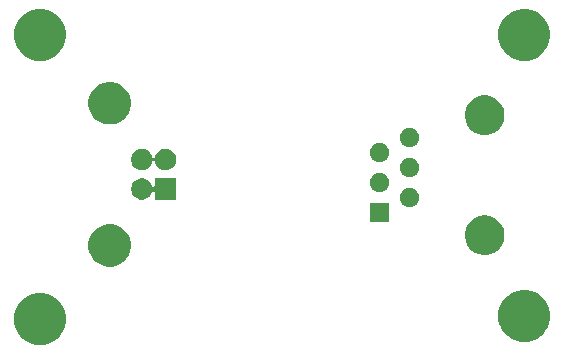
<source format=gbr>
G04 #@! TF.GenerationSoftware,KiCad,Pcbnew,(5.1.2)-2*
G04 #@! TF.CreationDate,2020-04-12T20:05:54-04:00*
G04 #@! TF.ProjectId,usb-serial-interface,7573622d-7365-4726-9961-6c2d696e7465,rev?*
G04 #@! TF.SameCoordinates,Original*
G04 #@! TF.FileFunction,Soldermask,Bot*
G04 #@! TF.FilePolarity,Negative*
%FSLAX46Y46*%
G04 Gerber Fmt 4.6, Leading zero omitted, Abs format (unit mm)*
G04 Created by KiCad (PCBNEW (5.1.2)-2) date 2020-04-12 20:05:54*
%MOMM*%
%LPD*%
G04 APERTURE LIST*
%ADD10C,0.100000*%
G04 APERTURE END LIST*
D10*
G36*
X84517007Y-90518582D02*
G01*
X84917563Y-90684498D01*
X84917565Y-90684499D01*
X85278056Y-90925371D01*
X85584629Y-91231944D01*
X85825501Y-91592435D01*
X85825502Y-91592437D01*
X85991418Y-91992993D01*
X86076000Y-92418219D01*
X86076000Y-92851781D01*
X85991418Y-93277007D01*
X85825502Y-93677563D01*
X85825501Y-93677565D01*
X85584629Y-94038056D01*
X85278056Y-94344629D01*
X84917565Y-94585501D01*
X84917564Y-94585502D01*
X84917563Y-94585502D01*
X84517007Y-94751418D01*
X84091781Y-94836000D01*
X83658219Y-94836000D01*
X83232993Y-94751418D01*
X82832437Y-94585502D01*
X82832436Y-94585502D01*
X82832435Y-94585501D01*
X82471944Y-94344629D01*
X82165371Y-94038056D01*
X81924499Y-93677565D01*
X81924498Y-93677563D01*
X81758582Y-93277007D01*
X81674000Y-92851781D01*
X81674000Y-92418219D01*
X81758582Y-91992993D01*
X81924498Y-91592437D01*
X81924499Y-91592435D01*
X82165371Y-91231944D01*
X82471944Y-90925371D01*
X82832435Y-90684499D01*
X82832437Y-90684498D01*
X83232993Y-90518582D01*
X83658219Y-90434000D01*
X84091781Y-90434000D01*
X84517007Y-90518582D01*
X84517007Y-90518582D01*
G37*
G36*
X125517007Y-90268582D02*
G01*
X125917563Y-90434498D01*
X125917565Y-90434499D01*
X126278056Y-90675371D01*
X126584629Y-90981944D01*
X126751673Y-91231944D01*
X126825502Y-91342437D01*
X126991418Y-91742993D01*
X127076000Y-92168219D01*
X127076000Y-92601781D01*
X126991418Y-93027007D01*
X126887864Y-93277007D01*
X126825501Y-93427565D01*
X126584629Y-93788056D01*
X126278056Y-94094629D01*
X125917565Y-94335501D01*
X125917564Y-94335502D01*
X125917563Y-94335502D01*
X125517007Y-94501418D01*
X125091781Y-94586000D01*
X124658219Y-94586000D01*
X124232993Y-94501418D01*
X123832437Y-94335502D01*
X123832436Y-94335502D01*
X123832435Y-94335501D01*
X123471944Y-94094629D01*
X123165371Y-93788056D01*
X122924499Y-93427565D01*
X122862136Y-93277007D01*
X122758582Y-93027007D01*
X122674000Y-92601781D01*
X122674000Y-92168219D01*
X122758582Y-91742993D01*
X122924498Y-91342437D01*
X122998327Y-91231944D01*
X123165371Y-90981944D01*
X123471944Y-90675371D01*
X123832435Y-90434499D01*
X123832437Y-90434498D01*
X124232993Y-90268582D01*
X124658219Y-90184000D01*
X125091781Y-90184000D01*
X125517007Y-90268582D01*
X125517007Y-90268582D01*
G37*
G36*
X90303331Y-84673211D02*
G01*
X90631092Y-84808974D01*
X90926070Y-85006072D01*
X91176928Y-85256930D01*
X91374026Y-85551908D01*
X91509789Y-85879669D01*
X91579000Y-86227616D01*
X91579000Y-86582384D01*
X91509789Y-86930331D01*
X91374026Y-87258092D01*
X91176928Y-87553070D01*
X90926070Y-87803928D01*
X90631092Y-88001026D01*
X90303331Y-88136789D01*
X89955384Y-88206000D01*
X89600616Y-88206000D01*
X89252669Y-88136789D01*
X88924908Y-88001026D01*
X88629930Y-87803928D01*
X88379072Y-87553070D01*
X88181974Y-87258092D01*
X88046211Y-86930331D01*
X87977000Y-86582384D01*
X87977000Y-86227616D01*
X88046211Y-85879669D01*
X88181974Y-85551908D01*
X88379072Y-85256930D01*
X88629930Y-85006072D01*
X88924908Y-84808974D01*
X89252669Y-84673211D01*
X89600616Y-84604000D01*
X89955384Y-84604000D01*
X90303331Y-84673211D01*
X90303331Y-84673211D01*
G37*
G36*
X121841971Y-83901204D02*
G01*
X122003871Y-83933408D01*
X122308883Y-84059748D01*
X122583387Y-84243166D01*
X122816834Y-84476613D01*
X123000252Y-84751117D01*
X123126592Y-85056129D01*
X123191000Y-85379928D01*
X123191000Y-85710072D01*
X123126592Y-86033871D01*
X123000252Y-86338883D01*
X122816834Y-86613387D01*
X122583387Y-86846834D01*
X122308883Y-87030252D01*
X122003871Y-87156592D01*
X121841971Y-87188796D01*
X121680073Y-87221000D01*
X121349927Y-87221000D01*
X121026129Y-87156592D01*
X120721117Y-87030252D01*
X120446613Y-86846834D01*
X120213166Y-86613387D01*
X120029748Y-86338883D01*
X119903408Y-86033871D01*
X119839000Y-85710072D01*
X119839000Y-85379928D01*
X119903408Y-85056129D01*
X120029748Y-84751117D01*
X120213166Y-84476613D01*
X120446613Y-84243166D01*
X120721117Y-84059748D01*
X121026129Y-83933408D01*
X121188029Y-83901204D01*
X121349927Y-83869000D01*
X121680073Y-83869000D01*
X121841971Y-83901204D01*
X121841971Y-83901204D01*
G37*
G36*
X113436000Y-84446000D02*
G01*
X111814000Y-84446000D01*
X111814000Y-82824000D01*
X113436000Y-82824000D01*
X113436000Y-84446000D01*
X113436000Y-84446000D01*
G37*
G36*
X115401560Y-81585166D02*
G01*
X115549153Y-81646301D01*
X115681982Y-81735055D01*
X115794945Y-81848018D01*
X115883699Y-81980847D01*
X115944834Y-82128440D01*
X115976000Y-82285123D01*
X115976000Y-82444877D01*
X115944834Y-82601560D01*
X115883699Y-82749153D01*
X115794945Y-82881982D01*
X115681982Y-82994945D01*
X115549153Y-83083699D01*
X115549152Y-83083700D01*
X115549151Y-83083700D01*
X115401560Y-83144834D01*
X115244878Y-83176000D01*
X115085122Y-83176000D01*
X114928440Y-83144834D01*
X114780849Y-83083700D01*
X114780848Y-83083700D01*
X114780847Y-83083699D01*
X114648018Y-82994945D01*
X114535055Y-82881982D01*
X114446301Y-82749153D01*
X114385166Y-82601560D01*
X114354000Y-82444877D01*
X114354000Y-82285123D01*
X114385166Y-82128440D01*
X114446301Y-81980847D01*
X114535055Y-81848018D01*
X114648018Y-81735055D01*
X114780847Y-81646301D01*
X114928440Y-81585166D01*
X115085122Y-81554000D01*
X115244878Y-81554000D01*
X115401560Y-81585166D01*
X115401560Y-81585166D01*
G37*
G36*
X92601512Y-80738927D02*
G01*
X92750812Y-80768624D01*
X92914784Y-80836544D01*
X93062354Y-80935147D01*
X93187853Y-81060646D01*
X93286456Y-81208216D01*
X93346523Y-81353229D01*
X93358068Y-81374829D01*
X93373613Y-81393771D01*
X93392555Y-81409316D01*
X93414166Y-81420867D01*
X93437615Y-81427980D01*
X93462001Y-81430382D01*
X93486387Y-81427980D01*
X93509836Y-81420867D01*
X93531447Y-81409316D01*
X93550389Y-81393771D01*
X93565934Y-81374829D01*
X93577485Y-81353218D01*
X93584598Y-81329769D01*
X93587000Y-81305383D01*
X93587000Y-80734000D01*
X95389000Y-80734000D01*
X95389000Y-82536000D01*
X93587000Y-82536000D01*
X93587000Y-81964617D01*
X93584598Y-81940231D01*
X93577485Y-81916782D01*
X93565934Y-81895171D01*
X93550389Y-81876229D01*
X93531447Y-81860684D01*
X93509836Y-81849133D01*
X93486387Y-81842020D01*
X93462001Y-81839618D01*
X93437615Y-81842020D01*
X93414166Y-81849133D01*
X93392555Y-81860684D01*
X93373613Y-81876229D01*
X93358068Y-81895171D01*
X93346523Y-81916771D01*
X93286456Y-82061784D01*
X93187853Y-82209354D01*
X93062354Y-82334853D01*
X92914784Y-82433456D01*
X92750812Y-82501376D01*
X92601512Y-82531073D01*
X92576742Y-82536000D01*
X92399258Y-82536000D01*
X92374488Y-82531073D01*
X92225188Y-82501376D01*
X92061216Y-82433456D01*
X91913646Y-82334853D01*
X91788147Y-82209354D01*
X91689544Y-82061784D01*
X91621624Y-81897812D01*
X91587000Y-81723741D01*
X91587000Y-81546259D01*
X91621624Y-81372188D01*
X91689544Y-81208216D01*
X91788147Y-81060646D01*
X91913646Y-80935147D01*
X92061216Y-80836544D01*
X92225188Y-80768624D01*
X92374488Y-80738927D01*
X92399258Y-80734000D01*
X92576742Y-80734000D01*
X92601512Y-80738927D01*
X92601512Y-80738927D01*
G37*
G36*
X112861560Y-80315166D02*
G01*
X113009153Y-80376301D01*
X113141982Y-80465055D01*
X113254945Y-80578018D01*
X113293688Y-80636000D01*
X113343700Y-80710849D01*
X113404834Y-80858440D01*
X113436000Y-81015122D01*
X113436000Y-81174878D01*
X113404834Y-81331560D01*
X113372627Y-81409316D01*
X113343699Y-81479153D01*
X113254945Y-81611982D01*
X113141982Y-81724945D01*
X113009153Y-81813699D01*
X113009152Y-81813700D01*
X113009151Y-81813700D01*
X112861560Y-81874834D01*
X112704878Y-81906000D01*
X112545122Y-81906000D01*
X112388440Y-81874834D01*
X112240849Y-81813700D01*
X112240848Y-81813700D01*
X112240847Y-81813699D01*
X112108018Y-81724945D01*
X111995055Y-81611982D01*
X111906301Y-81479153D01*
X111877374Y-81409316D01*
X111845166Y-81331560D01*
X111814000Y-81174878D01*
X111814000Y-81015122D01*
X111845166Y-80858440D01*
X111906300Y-80710849D01*
X111956313Y-80636000D01*
X111995055Y-80578018D01*
X112108018Y-80465055D01*
X112240847Y-80376301D01*
X112388440Y-80315166D01*
X112545122Y-80284000D01*
X112704878Y-80284000D01*
X112861560Y-80315166D01*
X112861560Y-80315166D01*
G37*
G36*
X115316477Y-79028242D02*
G01*
X115401560Y-79045166D01*
X115549153Y-79106301D01*
X115681982Y-79195055D01*
X115794945Y-79308018D01*
X115833688Y-79366000D01*
X115883700Y-79440849D01*
X115944834Y-79588440D01*
X115976000Y-79745122D01*
X115976000Y-79904878D01*
X115956805Y-80001376D01*
X115944834Y-80061560D01*
X115883699Y-80209153D01*
X115794945Y-80341982D01*
X115681982Y-80454945D01*
X115549153Y-80543699D01*
X115549152Y-80543700D01*
X115549151Y-80543700D01*
X115401560Y-80604834D01*
X115244878Y-80636000D01*
X115085122Y-80636000D01*
X114928440Y-80604834D01*
X114780849Y-80543700D01*
X114780848Y-80543700D01*
X114780847Y-80543699D01*
X114648018Y-80454945D01*
X114535055Y-80341982D01*
X114446301Y-80209153D01*
X114385166Y-80061560D01*
X114373195Y-80001376D01*
X114354000Y-79904878D01*
X114354000Y-79745122D01*
X114385166Y-79588440D01*
X114446300Y-79440849D01*
X114496313Y-79366000D01*
X114535055Y-79308018D01*
X114648018Y-79195055D01*
X114780847Y-79106301D01*
X114928440Y-79045166D01*
X115013523Y-79028242D01*
X115085122Y-79014000D01*
X115244878Y-79014000D01*
X115316477Y-79028242D01*
X115316477Y-79028242D01*
G37*
G36*
X92601512Y-78238927D02*
G01*
X92750812Y-78268624D01*
X92914784Y-78336544D01*
X93062354Y-78435147D01*
X93187853Y-78560646D01*
X93286456Y-78708216D01*
X93354376Y-78872188D01*
X93365405Y-78927638D01*
X93372516Y-78951078D01*
X93384067Y-78972689D01*
X93399613Y-78991631D01*
X93418555Y-79007176D01*
X93440165Y-79018727D01*
X93463614Y-79025840D01*
X93488000Y-79028242D01*
X93512387Y-79025840D01*
X93535835Y-79018727D01*
X93557446Y-79007176D01*
X93576388Y-78991630D01*
X93591933Y-78972688D01*
X93603484Y-78951078D01*
X93610595Y-78927638D01*
X93621624Y-78872188D01*
X93689544Y-78708216D01*
X93788147Y-78560646D01*
X93913646Y-78435147D01*
X94061216Y-78336544D01*
X94225188Y-78268624D01*
X94374488Y-78238927D01*
X94399258Y-78234000D01*
X94576742Y-78234000D01*
X94601512Y-78238927D01*
X94750812Y-78268624D01*
X94914784Y-78336544D01*
X95062354Y-78435147D01*
X95187853Y-78560646D01*
X95286456Y-78708216D01*
X95354376Y-78872188D01*
X95389000Y-79046259D01*
X95389000Y-79223741D01*
X95354376Y-79397812D01*
X95286456Y-79561784D01*
X95187853Y-79709354D01*
X95062354Y-79834853D01*
X94914784Y-79933456D01*
X94750812Y-80001376D01*
X94601512Y-80031073D01*
X94576742Y-80036000D01*
X94399258Y-80036000D01*
X94374488Y-80031073D01*
X94225188Y-80001376D01*
X94061216Y-79933456D01*
X93913646Y-79834853D01*
X93788147Y-79709354D01*
X93689544Y-79561784D01*
X93621624Y-79397812D01*
X93610595Y-79342362D01*
X93603484Y-79318922D01*
X93591933Y-79297311D01*
X93576387Y-79278369D01*
X93557445Y-79262824D01*
X93535835Y-79251273D01*
X93512386Y-79244160D01*
X93488000Y-79241758D01*
X93463613Y-79244160D01*
X93440165Y-79251273D01*
X93418554Y-79262824D01*
X93399612Y-79278370D01*
X93384067Y-79297312D01*
X93372516Y-79318922D01*
X93365405Y-79342362D01*
X93354376Y-79397812D01*
X93286456Y-79561784D01*
X93187853Y-79709354D01*
X93062354Y-79834853D01*
X92914784Y-79933456D01*
X92750812Y-80001376D01*
X92601512Y-80031073D01*
X92576742Y-80036000D01*
X92399258Y-80036000D01*
X92374488Y-80031073D01*
X92225188Y-80001376D01*
X92061216Y-79933456D01*
X91913646Y-79834853D01*
X91788147Y-79709354D01*
X91689544Y-79561784D01*
X91621624Y-79397812D01*
X91587000Y-79223741D01*
X91587000Y-79046259D01*
X91621624Y-78872188D01*
X91689544Y-78708216D01*
X91788147Y-78560646D01*
X91913646Y-78435147D01*
X92061216Y-78336544D01*
X92225188Y-78268624D01*
X92374488Y-78238927D01*
X92399258Y-78234000D01*
X92576742Y-78234000D01*
X92601512Y-78238927D01*
X92601512Y-78238927D01*
G37*
G36*
X112861560Y-77775166D02*
G01*
X113009153Y-77836301D01*
X113141982Y-77925055D01*
X113254945Y-78038018D01*
X113343699Y-78170847D01*
X113404834Y-78318440D01*
X113436000Y-78475123D01*
X113436000Y-78634877D01*
X113404834Y-78791560D01*
X113343699Y-78939153D01*
X113254945Y-79071982D01*
X113141982Y-79184945D01*
X113009153Y-79273699D01*
X113009152Y-79273700D01*
X113009151Y-79273700D01*
X112861560Y-79334834D01*
X112704878Y-79366000D01*
X112545122Y-79366000D01*
X112388440Y-79334834D01*
X112240849Y-79273700D01*
X112240848Y-79273700D01*
X112240847Y-79273699D01*
X112108018Y-79184945D01*
X111995055Y-79071982D01*
X111906301Y-78939153D01*
X111845166Y-78791560D01*
X111814000Y-78634877D01*
X111814000Y-78475123D01*
X111845166Y-78318440D01*
X111906301Y-78170847D01*
X111995055Y-78038018D01*
X112108018Y-77925055D01*
X112240847Y-77836301D01*
X112388440Y-77775166D01*
X112545122Y-77744000D01*
X112704878Y-77744000D01*
X112861560Y-77775166D01*
X112861560Y-77775166D01*
G37*
G36*
X115401560Y-76505166D02*
G01*
X115549153Y-76566301D01*
X115681982Y-76655055D01*
X115794945Y-76768018D01*
X115883699Y-76900847D01*
X115944834Y-77048440D01*
X115976000Y-77205123D01*
X115976000Y-77364877D01*
X115944834Y-77521560D01*
X115883699Y-77669153D01*
X115794945Y-77801982D01*
X115681982Y-77914945D01*
X115549153Y-78003699D01*
X115549152Y-78003700D01*
X115549151Y-78003700D01*
X115401560Y-78064834D01*
X115244878Y-78096000D01*
X115085122Y-78096000D01*
X114928440Y-78064834D01*
X114780849Y-78003700D01*
X114780848Y-78003700D01*
X114780847Y-78003699D01*
X114648018Y-77914945D01*
X114535055Y-77801982D01*
X114446301Y-77669153D01*
X114385166Y-77521560D01*
X114354000Y-77364877D01*
X114354000Y-77205123D01*
X114385166Y-77048440D01*
X114446301Y-76900847D01*
X114535055Y-76768018D01*
X114648018Y-76655055D01*
X114780847Y-76566301D01*
X114928440Y-76505166D01*
X115085122Y-76474000D01*
X115244878Y-76474000D01*
X115401560Y-76505166D01*
X115401560Y-76505166D01*
G37*
G36*
X122003871Y-73773408D02*
G01*
X122308883Y-73899748D01*
X122583387Y-74083166D01*
X122816834Y-74316613D01*
X123000252Y-74591117D01*
X123126592Y-74896129D01*
X123191000Y-75219928D01*
X123191000Y-75550072D01*
X123126592Y-75873871D01*
X123000252Y-76178883D01*
X122816834Y-76453387D01*
X122583387Y-76686834D01*
X122308883Y-76870252D01*
X122003871Y-76996592D01*
X121841971Y-77028796D01*
X121680073Y-77061000D01*
X121349927Y-77061000D01*
X121188029Y-77028796D01*
X121026129Y-76996592D01*
X120721117Y-76870252D01*
X120446613Y-76686834D01*
X120213166Y-76453387D01*
X120029748Y-76178883D01*
X119903408Y-75873871D01*
X119839000Y-75550072D01*
X119839000Y-75219928D01*
X119903408Y-74896129D01*
X120029748Y-74591117D01*
X120213166Y-74316613D01*
X120446613Y-74083166D01*
X120721117Y-73899748D01*
X121026129Y-73773408D01*
X121349927Y-73709000D01*
X121680073Y-73709000D01*
X122003871Y-73773408D01*
X122003871Y-73773408D01*
G37*
G36*
X90303331Y-72633211D02*
G01*
X90631092Y-72768974D01*
X90926070Y-72966072D01*
X91176928Y-73216930D01*
X91374026Y-73511908D01*
X91509789Y-73839669D01*
X91579000Y-74187616D01*
X91579000Y-74542384D01*
X91509789Y-74890331D01*
X91374026Y-75218092D01*
X91176928Y-75513070D01*
X90926070Y-75763928D01*
X90631092Y-75961026D01*
X90303331Y-76096789D01*
X89955384Y-76166000D01*
X89600616Y-76166000D01*
X89252669Y-76096789D01*
X88924908Y-75961026D01*
X88629930Y-75763928D01*
X88379072Y-75513070D01*
X88181974Y-75218092D01*
X88046211Y-74890331D01*
X87977000Y-74542384D01*
X87977000Y-74187616D01*
X88046211Y-73839669D01*
X88181974Y-73511908D01*
X88379072Y-73216930D01*
X88629930Y-72966072D01*
X88924908Y-72768974D01*
X89252669Y-72633211D01*
X89600616Y-72564000D01*
X89955384Y-72564000D01*
X90303331Y-72633211D01*
X90303331Y-72633211D01*
G37*
G36*
X84517007Y-66463582D02*
G01*
X84917563Y-66629498D01*
X84917565Y-66629499D01*
X85278056Y-66870371D01*
X85584629Y-67176944D01*
X85825501Y-67537435D01*
X85825502Y-67537437D01*
X85991418Y-67937993D01*
X86076000Y-68363219D01*
X86076000Y-68796781D01*
X85991418Y-69222007D01*
X85825502Y-69622563D01*
X85825501Y-69622565D01*
X85584629Y-69983056D01*
X85278056Y-70289629D01*
X84917565Y-70530501D01*
X84917564Y-70530502D01*
X84917563Y-70530502D01*
X84517007Y-70696418D01*
X84091781Y-70781000D01*
X83658219Y-70781000D01*
X83232993Y-70696418D01*
X82832437Y-70530502D01*
X82832436Y-70530502D01*
X82832435Y-70530501D01*
X82471944Y-70289629D01*
X82165371Y-69983056D01*
X81924499Y-69622565D01*
X81924498Y-69622563D01*
X81758582Y-69222007D01*
X81674000Y-68796781D01*
X81674000Y-68363219D01*
X81758582Y-67937993D01*
X81924498Y-67537437D01*
X81924499Y-67537435D01*
X82165371Y-67176944D01*
X82471944Y-66870371D01*
X82832435Y-66629499D01*
X82832437Y-66629498D01*
X83232993Y-66463582D01*
X83658219Y-66379000D01*
X84091781Y-66379000D01*
X84517007Y-66463582D01*
X84517007Y-66463582D01*
G37*
G36*
X125517007Y-66463582D02*
G01*
X125917563Y-66629498D01*
X125917565Y-66629499D01*
X126278056Y-66870371D01*
X126584629Y-67176944D01*
X126825501Y-67537435D01*
X126825502Y-67537437D01*
X126991418Y-67937993D01*
X127076000Y-68363219D01*
X127076000Y-68796781D01*
X126991418Y-69222007D01*
X126825502Y-69622563D01*
X126825501Y-69622565D01*
X126584629Y-69983056D01*
X126278056Y-70289629D01*
X125917565Y-70530501D01*
X125917564Y-70530502D01*
X125917563Y-70530502D01*
X125517007Y-70696418D01*
X125091781Y-70781000D01*
X124658219Y-70781000D01*
X124232993Y-70696418D01*
X123832437Y-70530502D01*
X123832436Y-70530502D01*
X123832435Y-70530501D01*
X123471944Y-70289629D01*
X123165371Y-69983056D01*
X122924499Y-69622565D01*
X122924498Y-69622563D01*
X122758582Y-69222007D01*
X122674000Y-68796781D01*
X122674000Y-68363219D01*
X122758582Y-67937993D01*
X122924498Y-67537437D01*
X122924499Y-67537435D01*
X123165371Y-67176944D01*
X123471944Y-66870371D01*
X123832435Y-66629499D01*
X123832437Y-66629498D01*
X124232993Y-66463582D01*
X124658219Y-66379000D01*
X125091781Y-66379000D01*
X125517007Y-66463582D01*
X125517007Y-66463582D01*
G37*
M02*

</source>
